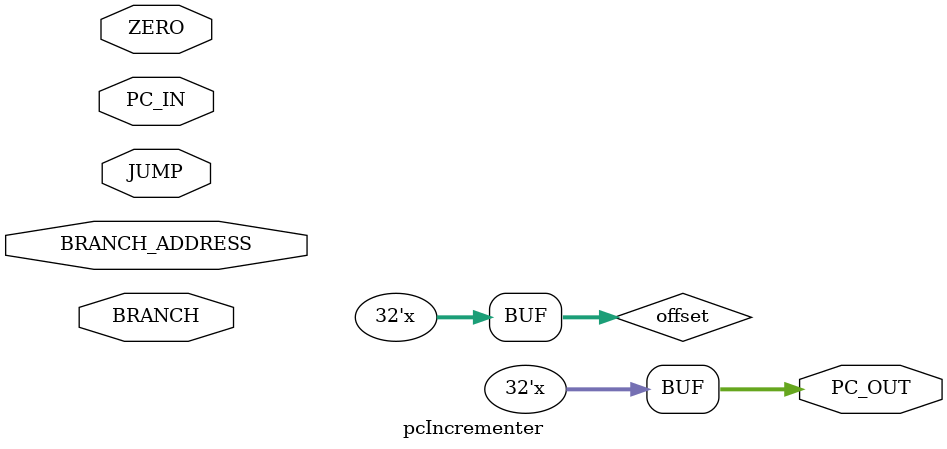
<source format=v>
module ProgramCounter(
    input CLK, RESET,
    input      [31:0] PC_IN,
    output reg [31:0] PC_OUT
    );

    always @(posedge CLK or posedge RESET) begin 
        if (RESET) begin
            PC_OUT <= #1 32'b0;
        end
        else begin
            PC_OUT <= #1 PC_IN;
        end
    end
endmodule

module pcIncrementer (
    input [31:0] PC_IN,
    input [7:0]  BRANCH_ADDRESS,
    input [1:0]  BRANCH, 
    input        JUMP, ZERO,
    output reg [31:0] PC_OUT
    );

    reg [31:0] PC;
    reg [31:0] offset;

    always @(*) begin
        PC <= #1 PC_IN + 32'd4;
 
        offset <= {{22{BRANCH_ADDRESS[7]}}, BRANCH_ADDRESS, 2'b00}; 
        offset <= #2 PC + offset;

        PC_OUT =    JUMP ? offset : 
                    (BRANCH == 2'b01 && ZERO) ? offset : 
                    (BRANCH == 2'b10 && !ZERO) ? offset : PC;
    end
endmodule
</source>
